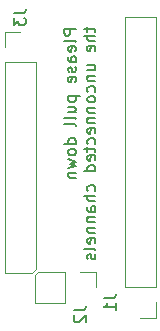
<source format=gbr>
%TF.GenerationSoftware,KiCad,Pcbnew,(5.1.10)-1*%
%TF.CreationDate,2021-10-05T20:05:55+09:00*%
%TF.ProjectId,mr8-gender-changer,6d72382d-6765-46e6-9465-722d6368616e,1*%
%TF.SameCoordinates,Original*%
%TF.FileFunction,Legend,Bot*%
%TF.FilePolarity,Positive*%
%FSLAX46Y46*%
G04 Gerber Fmt 4.6, Leading zero omitted, Abs format (unit mm)*
G04 Created by KiCad (PCBNEW (5.1.10)-1) date 2021-10-05 20:05:55*
%MOMM*%
%LPD*%
G01*
G04 APERTURE LIST*
%ADD10C,0.150000*%
%ADD11C,0.120000*%
G04 APERTURE END LIST*
D10*
X158377380Y-82520595D02*
X157377380Y-82520595D01*
X157377380Y-82901547D01*
X157425000Y-82996785D01*
X157472619Y-83044404D01*
X157567857Y-83092023D01*
X157710714Y-83092023D01*
X157805952Y-83044404D01*
X157853571Y-82996785D01*
X157901190Y-82901547D01*
X157901190Y-82520595D01*
X158377380Y-83663452D02*
X158329761Y-83568214D01*
X158234523Y-83520595D01*
X157377380Y-83520595D01*
X158329761Y-84425357D02*
X158377380Y-84330119D01*
X158377380Y-84139642D01*
X158329761Y-84044404D01*
X158234523Y-83996785D01*
X157853571Y-83996785D01*
X157758333Y-84044404D01*
X157710714Y-84139642D01*
X157710714Y-84330119D01*
X157758333Y-84425357D01*
X157853571Y-84472976D01*
X157948809Y-84472976D01*
X158044047Y-83996785D01*
X158377380Y-85330119D02*
X157853571Y-85330119D01*
X157758333Y-85282500D01*
X157710714Y-85187261D01*
X157710714Y-84996785D01*
X157758333Y-84901547D01*
X158329761Y-85330119D02*
X158377380Y-85234880D01*
X158377380Y-84996785D01*
X158329761Y-84901547D01*
X158234523Y-84853928D01*
X158139285Y-84853928D01*
X158044047Y-84901547D01*
X157996428Y-84996785D01*
X157996428Y-85234880D01*
X157948809Y-85330119D01*
X158329761Y-85758690D02*
X158377380Y-85853928D01*
X158377380Y-86044404D01*
X158329761Y-86139642D01*
X158234523Y-86187261D01*
X158186904Y-86187261D01*
X158091666Y-86139642D01*
X158044047Y-86044404D01*
X158044047Y-85901547D01*
X157996428Y-85806309D01*
X157901190Y-85758690D01*
X157853571Y-85758690D01*
X157758333Y-85806309D01*
X157710714Y-85901547D01*
X157710714Y-86044404D01*
X157758333Y-86139642D01*
X158329761Y-86996785D02*
X158377380Y-86901547D01*
X158377380Y-86711071D01*
X158329761Y-86615833D01*
X158234523Y-86568214D01*
X157853571Y-86568214D01*
X157758333Y-86615833D01*
X157710714Y-86711071D01*
X157710714Y-86901547D01*
X157758333Y-86996785D01*
X157853571Y-87044404D01*
X157948809Y-87044404D01*
X158044047Y-86568214D01*
X157710714Y-88234880D02*
X158710714Y-88234880D01*
X157758333Y-88234880D02*
X157710714Y-88330119D01*
X157710714Y-88520595D01*
X157758333Y-88615833D01*
X157805952Y-88663452D01*
X157901190Y-88711071D01*
X158186904Y-88711071D01*
X158282142Y-88663452D01*
X158329761Y-88615833D01*
X158377380Y-88520595D01*
X158377380Y-88330119D01*
X158329761Y-88234880D01*
X157710714Y-89568214D02*
X158377380Y-89568214D01*
X157710714Y-89139642D02*
X158234523Y-89139642D01*
X158329761Y-89187261D01*
X158377380Y-89282500D01*
X158377380Y-89425357D01*
X158329761Y-89520595D01*
X158282142Y-89568214D01*
X158377380Y-90187261D02*
X158329761Y-90092023D01*
X158234523Y-90044404D01*
X157377380Y-90044404D01*
X158377380Y-90711071D02*
X158329761Y-90615833D01*
X158234523Y-90568214D01*
X157377380Y-90568214D01*
X158377380Y-92282500D02*
X157377380Y-92282500D01*
X158329761Y-92282500D02*
X158377380Y-92187261D01*
X158377380Y-91996785D01*
X158329761Y-91901547D01*
X158282142Y-91853928D01*
X158186904Y-91806309D01*
X157901190Y-91806309D01*
X157805952Y-91853928D01*
X157758333Y-91901547D01*
X157710714Y-91996785D01*
X157710714Y-92187261D01*
X157758333Y-92282500D01*
X158377380Y-92901547D02*
X158329761Y-92806309D01*
X158282142Y-92758690D01*
X158186904Y-92711071D01*
X157901190Y-92711071D01*
X157805952Y-92758690D01*
X157758333Y-92806309D01*
X157710714Y-92901547D01*
X157710714Y-93044404D01*
X157758333Y-93139642D01*
X157805952Y-93187261D01*
X157901190Y-93234880D01*
X158186904Y-93234880D01*
X158282142Y-93187261D01*
X158329761Y-93139642D01*
X158377380Y-93044404D01*
X158377380Y-92901547D01*
X157710714Y-93568214D02*
X158377380Y-93758690D01*
X157901190Y-93949166D01*
X158377380Y-94139642D01*
X157710714Y-94330119D01*
X157710714Y-94711071D02*
X158377380Y-94711071D01*
X157805952Y-94711071D02*
X157758333Y-94758690D01*
X157710714Y-94853928D01*
X157710714Y-94996785D01*
X157758333Y-95092023D01*
X157853571Y-95139642D01*
X158377380Y-95139642D01*
X159360714Y-82377738D02*
X159360714Y-82758690D01*
X159027380Y-82520595D02*
X159884523Y-82520595D01*
X159979761Y-82568214D01*
X160027380Y-82663452D01*
X160027380Y-82758690D01*
X160027380Y-83092023D02*
X159027380Y-83092023D01*
X160027380Y-83520595D02*
X159503571Y-83520595D01*
X159408333Y-83472976D01*
X159360714Y-83377738D01*
X159360714Y-83234880D01*
X159408333Y-83139642D01*
X159455952Y-83092023D01*
X159979761Y-84377738D02*
X160027380Y-84282500D01*
X160027380Y-84092023D01*
X159979761Y-83996785D01*
X159884523Y-83949166D01*
X159503571Y-83949166D01*
X159408333Y-83996785D01*
X159360714Y-84092023D01*
X159360714Y-84282500D01*
X159408333Y-84377738D01*
X159503571Y-84425357D01*
X159598809Y-84425357D01*
X159694047Y-83949166D01*
X159360714Y-86044404D02*
X160027380Y-86044404D01*
X159360714Y-85615833D02*
X159884523Y-85615833D01*
X159979761Y-85663452D01*
X160027380Y-85758690D01*
X160027380Y-85901547D01*
X159979761Y-85996785D01*
X159932142Y-86044404D01*
X159360714Y-86520595D02*
X160027380Y-86520595D01*
X159455952Y-86520595D02*
X159408333Y-86568214D01*
X159360714Y-86663452D01*
X159360714Y-86806309D01*
X159408333Y-86901547D01*
X159503571Y-86949166D01*
X160027380Y-86949166D01*
X159979761Y-87853928D02*
X160027380Y-87758690D01*
X160027380Y-87568214D01*
X159979761Y-87472976D01*
X159932142Y-87425357D01*
X159836904Y-87377738D01*
X159551190Y-87377738D01*
X159455952Y-87425357D01*
X159408333Y-87472976D01*
X159360714Y-87568214D01*
X159360714Y-87758690D01*
X159408333Y-87853928D01*
X160027380Y-88425357D02*
X159979761Y-88330119D01*
X159932142Y-88282500D01*
X159836904Y-88234880D01*
X159551190Y-88234880D01*
X159455952Y-88282500D01*
X159408333Y-88330119D01*
X159360714Y-88425357D01*
X159360714Y-88568214D01*
X159408333Y-88663452D01*
X159455952Y-88711071D01*
X159551190Y-88758690D01*
X159836904Y-88758690D01*
X159932142Y-88711071D01*
X159979761Y-88663452D01*
X160027380Y-88568214D01*
X160027380Y-88425357D01*
X159360714Y-89187261D02*
X160027380Y-89187261D01*
X159455952Y-89187261D02*
X159408333Y-89234880D01*
X159360714Y-89330119D01*
X159360714Y-89472976D01*
X159408333Y-89568214D01*
X159503571Y-89615833D01*
X160027380Y-89615833D01*
X159360714Y-90092023D02*
X160027380Y-90092023D01*
X159455952Y-90092023D02*
X159408333Y-90139642D01*
X159360714Y-90234880D01*
X159360714Y-90377738D01*
X159408333Y-90472976D01*
X159503571Y-90520595D01*
X160027380Y-90520595D01*
X159979761Y-91377738D02*
X160027380Y-91282500D01*
X160027380Y-91092023D01*
X159979761Y-90996785D01*
X159884523Y-90949166D01*
X159503571Y-90949166D01*
X159408333Y-90996785D01*
X159360714Y-91092023D01*
X159360714Y-91282500D01*
X159408333Y-91377738D01*
X159503571Y-91425357D01*
X159598809Y-91425357D01*
X159694047Y-90949166D01*
X159979761Y-92282500D02*
X160027380Y-92187261D01*
X160027380Y-91996785D01*
X159979761Y-91901547D01*
X159932142Y-91853928D01*
X159836904Y-91806309D01*
X159551190Y-91806309D01*
X159455952Y-91853928D01*
X159408333Y-91901547D01*
X159360714Y-91996785D01*
X159360714Y-92187261D01*
X159408333Y-92282500D01*
X159360714Y-92568214D02*
X159360714Y-92949166D01*
X159027380Y-92711071D02*
X159884523Y-92711071D01*
X159979761Y-92758690D01*
X160027380Y-92853928D01*
X160027380Y-92949166D01*
X159979761Y-93663452D02*
X160027380Y-93568214D01*
X160027380Y-93377738D01*
X159979761Y-93282500D01*
X159884523Y-93234880D01*
X159503571Y-93234880D01*
X159408333Y-93282500D01*
X159360714Y-93377738D01*
X159360714Y-93568214D01*
X159408333Y-93663452D01*
X159503571Y-93711071D01*
X159598809Y-93711071D01*
X159694047Y-93234880D01*
X160027380Y-94568214D02*
X159027380Y-94568214D01*
X159979761Y-94568214D02*
X160027380Y-94472976D01*
X160027380Y-94282500D01*
X159979761Y-94187261D01*
X159932142Y-94139642D01*
X159836904Y-94092023D01*
X159551190Y-94092023D01*
X159455952Y-94139642D01*
X159408333Y-94187261D01*
X159360714Y-94282500D01*
X159360714Y-94472976D01*
X159408333Y-94568214D01*
X159979761Y-96234880D02*
X160027380Y-96139642D01*
X160027380Y-95949166D01*
X159979761Y-95853928D01*
X159932142Y-95806309D01*
X159836904Y-95758690D01*
X159551190Y-95758690D01*
X159455952Y-95806309D01*
X159408333Y-95853928D01*
X159360714Y-95949166D01*
X159360714Y-96139642D01*
X159408333Y-96234880D01*
X160027380Y-96663452D02*
X159027380Y-96663452D01*
X160027380Y-97092023D02*
X159503571Y-97092023D01*
X159408333Y-97044404D01*
X159360714Y-96949166D01*
X159360714Y-96806309D01*
X159408333Y-96711071D01*
X159455952Y-96663452D01*
X160027380Y-97996785D02*
X159503571Y-97996785D01*
X159408333Y-97949166D01*
X159360714Y-97853928D01*
X159360714Y-97663452D01*
X159408333Y-97568214D01*
X159979761Y-97996785D02*
X160027380Y-97901547D01*
X160027380Y-97663452D01*
X159979761Y-97568214D01*
X159884523Y-97520595D01*
X159789285Y-97520595D01*
X159694047Y-97568214D01*
X159646428Y-97663452D01*
X159646428Y-97901547D01*
X159598809Y-97996785D01*
X159360714Y-98472976D02*
X160027380Y-98472976D01*
X159455952Y-98472976D02*
X159408333Y-98520595D01*
X159360714Y-98615833D01*
X159360714Y-98758690D01*
X159408333Y-98853928D01*
X159503571Y-98901547D01*
X160027380Y-98901547D01*
X159360714Y-99377738D02*
X160027380Y-99377738D01*
X159455952Y-99377738D02*
X159408333Y-99425357D01*
X159360714Y-99520595D01*
X159360714Y-99663452D01*
X159408333Y-99758690D01*
X159503571Y-99806309D01*
X160027380Y-99806309D01*
X159979761Y-100663452D02*
X160027380Y-100568214D01*
X160027380Y-100377738D01*
X159979761Y-100282500D01*
X159884523Y-100234880D01*
X159503571Y-100234880D01*
X159408333Y-100282500D01*
X159360714Y-100377738D01*
X159360714Y-100568214D01*
X159408333Y-100663452D01*
X159503571Y-100711071D01*
X159598809Y-100711071D01*
X159694047Y-100234880D01*
X160027380Y-101282500D02*
X159979761Y-101187261D01*
X159884523Y-101139642D01*
X159027380Y-101139642D01*
X159979761Y-101615833D02*
X160027380Y-101711071D01*
X160027380Y-101901547D01*
X159979761Y-101996785D01*
X159884523Y-102044404D01*
X159836904Y-102044404D01*
X159741666Y-101996785D01*
X159694047Y-101901547D01*
X159694047Y-101758690D01*
X159646428Y-101663452D01*
X159551190Y-101615833D01*
X159503571Y-101615833D01*
X159408333Y-101663452D01*
X159360714Y-101758690D01*
X159360714Y-101901547D01*
X159408333Y-101996785D01*
D11*
%TO.C,J3*%
X153670000Y-82760000D02*
X152340000Y-82760000D01*
X152340000Y-82760000D02*
X152340000Y-84090000D01*
X152340000Y-85360000D02*
X152340000Y-103200000D01*
X154686000Y-103200000D02*
X152340000Y-103200000D01*
X155000000Y-85360000D02*
X155000000Y-102886000D01*
X155000000Y-85360000D02*
X152340000Y-85360000D01*
X155000000Y-102886000D02*
X154686000Y-103200000D01*
%TO.C,J2*%
X160080000Y-104410000D02*
X160080000Y-103080000D01*
X160080000Y-103080000D02*
X158750000Y-103080000D01*
X157480000Y-103080000D02*
X155194000Y-103080000D01*
X154880000Y-105740000D02*
X154880000Y-103394000D01*
X157480000Y-105740000D02*
X154880000Y-105740000D01*
X157480000Y-105740000D02*
X157480000Y-103080000D01*
X155194000Y-103080000D02*
X154880000Y-103394000D01*
%TO.C,J1*%
X163830000Y-107010000D02*
X165160000Y-107010000D01*
X165160000Y-107010000D02*
X165160000Y-105680000D01*
X165160000Y-104410000D02*
X165160000Y-81490000D01*
X162500000Y-81490000D02*
X165160000Y-81490000D01*
X162500000Y-104410000D02*
X162500000Y-81490000D01*
X162500000Y-104410000D02*
X165160000Y-104410000D01*
%TO.C,J3*%
D10*
X153122380Y-81216666D02*
X153836666Y-81216666D01*
X153979523Y-81169047D01*
X154074761Y-81073809D01*
X154122380Y-80930952D01*
X154122380Y-80835714D01*
X153122380Y-81597619D02*
X153122380Y-82216666D01*
X153503333Y-81883333D01*
X153503333Y-82026190D01*
X153550952Y-82121428D01*
X153598571Y-82169047D01*
X153693809Y-82216666D01*
X153931904Y-82216666D01*
X154027142Y-82169047D01*
X154074761Y-82121428D01*
X154122380Y-82026190D01*
X154122380Y-81740476D01*
X154074761Y-81645238D01*
X154027142Y-81597619D01*
%TO.C,J2*%
X158202380Y-106362666D02*
X158916666Y-106362666D01*
X159059523Y-106315047D01*
X159154761Y-106219809D01*
X159202380Y-106076952D01*
X159202380Y-105981714D01*
X158297619Y-106791238D02*
X158250000Y-106838857D01*
X158202380Y-106934095D01*
X158202380Y-107172190D01*
X158250000Y-107267428D01*
X158297619Y-107315047D01*
X158392857Y-107362666D01*
X158488095Y-107362666D01*
X158630952Y-107315047D01*
X159202380Y-106743619D01*
X159202380Y-107362666D01*
%TO.C,J1*%
X160742380Y-105346666D02*
X161456666Y-105346666D01*
X161599523Y-105299047D01*
X161694761Y-105203809D01*
X161742380Y-105060952D01*
X161742380Y-104965714D01*
X161742380Y-106346666D02*
X161742380Y-105775238D01*
X161742380Y-106060952D02*
X160742380Y-106060952D01*
X160885238Y-105965714D01*
X160980476Y-105870476D01*
X161028095Y-105775238D01*
%TD*%
M02*

</source>
